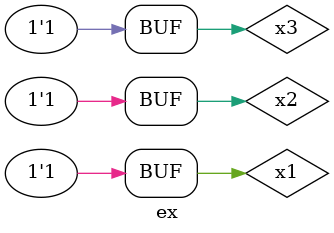
<source format=v>
`timescale 1ns/1ns
`include "filename.v"

module ex();
reg x1, x2, x3;
wire f;
classname ex1(x1, x2, x3, f);
initial
	begin
		$dumpfile("test_bench_for_3.vcd");
		$dumpvars(0, ex);
		x1=1'b0; x2=1'b0; x3=1'b0;
		#20;
		x1=1'b0; x2=1'b0; x3=1'b1;
		#20;
		x1=1'b0; x2=1'b1; x3=1'b0;
		#20;
		x1=1'b0; x2=1'b1; x3=1'b1;
		#20;
		x1=1'b1; x2=1'b0; x3=1'b0;
		#20;
		x1=1'b1; x2=1'b0; x3=1'b1;
		#20;
		x1=1'b1; x2=1'b1; x3=1'b0;
		#20;
		x1=1'b1; x2=1'b1; x3=1'b1;
		#20;
		$display("Test complete");
	end
endmodule

</source>
